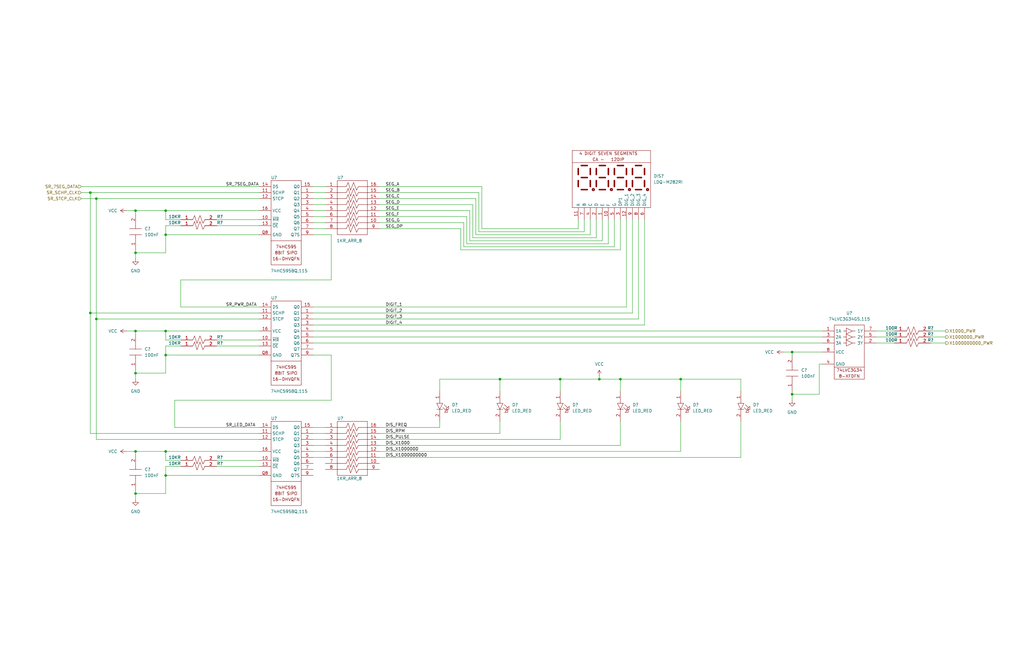
<source format=kicad_sch>
(kicad_sch (version 20211123) (generator eeschema)
  (paper "B")
  (lib_symbols
    (symbol "FREQMeter:100R"
      (property "Reference" "R" (at 16.51 2.54 0))
      (property "Value" "100R" (at -5.08 2.54 0))
      (symbol "100R_0_1"
        (polyline (pts (xy 5.08 0) (xy 5.842 1.778) (xy 6.858 -1.524) (xy 8.128 1.778) (xy 9.398 -1.524) (xy 10.16 0)))
      )
      (symbol "100R_1_1"
        (pin passive line (at 0 0 0) (length 5.08) (name "") (number "1"))
        (pin passive line (at 15.24 0 180) (length 5.08) (name "") (number "2"))
      )
    )
    (symbol "FREQMeter:100nF"
      (property "Reference" "C" (at 15.24 1.27 0))
      (property "Value" "100nF" (at -2.54 1.27 0))
      (symbol "100nF_0_1"
        (polyline (pts (xy 6.35 0) (xy 5.08 0)))
        (polyline (pts (xy 8.89 0) (xy 10.16 0)))
        (polyline (pts (xy 8.89 2.54) (xy 8.89 -2.54)))
        (polyline (pts (xy 6.35 2.54) (xy 6.35 0) (xy 6.35 -2.54)))
      )
      (symbol "100nF_1_1"
        (pin passive line (at 0 0 0) (length 5.08) (name "") (number "1"))
        (pin passive line (at 15.24 0 180) (length 5.08) (name "") (number "2"))
      )
    )
    (symbol "FREQMeter:10KR"
      (property "Reference" "R" (at 2.54 6.35 0))
      (property "Value" "10KR" (at 0 3.81 0))
      (symbol "10KR_0_1"
        (polyline (pts (xy 5.08 0) (xy 5.842 1.778) (xy 6.858 -1.524) (xy 8.128 1.778) (xy 9.398 -1.524) (xy 10.16 0)))
      )
      (symbol "10KR_1_1"
        (pin passive line (at 0 0 0) (length 5.08) (name "") (number "1"))
        (pin passive line (at 15.24 0 180) (length 5.08) (name "") (number "2"))
      )
    )
    (symbol "FREQMeter:1KR_ARR_8"
      (property "Reference" "U" (at 1.27 3.81 0))
      (property "Value" "1KR_ARR_8" (at 2.54 6.35 0))
      (symbol "1KR_ARR_8_0_0"
        (polyline (pts (xy 8.89 -17.78) (xy 5.08 -17.78)))
        (polyline (pts (xy 8.89 -15.24) (xy 5.08 -15.24)))
        (polyline (pts (xy 8.89 -12.7) (xy 5.08 -12.7)))
        (polyline (pts (xy 8.89 -10.16) (xy 5.08 -10.16)))
        (polyline (pts (xy 8.89 -7.62) (xy 5.08 -7.62)))
        (polyline (pts (xy 8.89 -5.08) (xy 5.08 -5.08)))
        (polyline (pts (xy 8.89 -2.54) (xy 5.08 -2.54)))
        (polyline (pts (xy 8.89 0) (xy 5.08 0)))
        (polyline (pts (xy 17.78 -17.78) (xy 13.97 -17.78)))
        (polyline (pts (xy 17.78 -15.24) (xy 13.97 -15.24)))
        (polyline (pts (xy 17.78 -12.7) (xy 13.97 -12.7)))
        (polyline (pts (xy 17.78 -10.16) (xy 13.97 -10.16)))
        (polyline (pts (xy 17.78 -7.62) (xy 13.97 -7.62)))
        (polyline (pts (xy 17.78 -5.08) (xy 13.97 -5.08)))
        (polyline (pts (xy 17.78 -2.54) (xy 13.97 -2.54)))
        (polyline (pts (xy 17.78 0) (xy 13.97 0)))
        (rectangle (start 5.08 2.54) (end 17.78 -20.32))
      )
      (symbol "1KR_ARR_8_0_1"
        (polyline (pts (xy 8.89 -17.78) (xy 9.652 -16.002) (xy 10.668 -19.304) (xy 11.938 -16.002) (xy 13.208 -19.304) (xy 13.97 -17.78)))
        (polyline (pts (xy 8.89 -15.24) (xy 9.652 -13.462) (xy 10.668 -16.764) (xy 11.938 -13.462) (xy 13.208 -16.764) (xy 13.97 -15.24)))
        (polyline (pts (xy 8.89 -12.7) (xy 9.652 -10.922) (xy 10.668 -14.224) (xy 11.938 -10.922) (xy 13.208 -14.224) (xy 13.97 -12.7)))
        (polyline (pts (xy 8.89 -10.16) (xy 9.652 -8.382) (xy 10.668 -11.684) (xy 11.938 -8.382) (xy 13.208 -11.684) (xy 13.97 -10.16)))
        (polyline (pts (xy 8.89 -7.62) (xy 9.652 -5.842) (xy 10.668 -9.144) (xy 11.938 -5.842) (xy 13.208 -9.144) (xy 13.97 -7.62)))
        (polyline (pts (xy 8.89 -5.08) (xy 9.652 -3.302) (xy 10.668 -6.604) (xy 11.938 -3.302) (xy 13.208 -6.604) (xy 13.97 -5.08)))
        (polyline (pts (xy 8.89 -2.54) (xy 9.652 -0.762) (xy 10.668 -4.064) (xy 11.938 -0.762) (xy 13.208 -4.064) (xy 13.97 -2.54)))
        (polyline (pts (xy 8.89 0) (xy 9.652 1.778) (xy 10.668 -1.524) (xy 11.938 1.778) (xy 13.208 -1.524) (xy 13.97 0)))
      )
      (symbol "1KR_ARR_8_1_1"
        (pin passive line (at 0 0 0) (length 5.08) (name "") (number "1"))
        (pin passive line (at 22.86 -15.24 180) (length 5.08) (name "") (number "10"))
        (pin passive line (at 22.86 -12.7 180) (length 5.08) (name "") (number "11"))
        (pin passive line (at 22.86 -10.16 180) (length 5.08) (name "") (number "12"))
        (pin passive line (at 22.86 -7.62 180) (length 5.08) (name "") (number "13"))
        (pin passive line (at 22.86 -5.08 180) (length 5.08) (name "") (number "14"))
        (pin passive line (at 22.86 -2.54 180) (length 5.08) (name "") (number "15"))
        (pin passive line (at 22.86 0 180) (length 5.08) (name "") (number "16"))
        (pin passive line (at 0 -2.54 0) (length 5.08) (name "") (number "2"))
        (pin passive line (at 0 -5.08 0) (length 5.08) (name "") (number "3"))
        (pin passive line (at 0 -7.62 0) (length 5.08) (name "") (number "4"))
        (pin passive line (at 0 -10.16 0) (length 5.08) (name "") (number "5"))
        (pin passive line (at 0 -12.7 0) (length 5.08) (name "") (number "6"))
        (pin passive line (at 0 -15.24 0) (length 5.08) (name "") (number "7"))
        (pin passive line (at 0 -17.78 0) (length 5.08) (name "") (number "8"))
        (pin passive line (at 22.86 -17.78 180) (length 5.08) (name "") (number "9"))
      )
    )
    (symbol "FREQMeter:74HC595BQ,115"
      (property "Reference" "U" (at 1.27 6.35 0))
      (property "Value" "74HC595BQ,115" (at 8.89 3.81 0))
      (symbol "74HC595BQ,115_0_0"
        (text "16-DHVQFN" (at 6.35 -33.02 0) (effects (font (size 1.27 1.27))))
        (text "74HC595" (at 6.35 -27.94 0) (effects (font (size 1.27 1.27))))
        (text "8BIT SIPO" (at 6.35 -30.48 0) (effects (font (size 1.27 1.27))))
      )
      (symbol "74HC595BQ,115_0_1"
        (polyline (pts (xy 0 -25.4) (xy 12.7 -25.4)))
        (rectangle (start 0 0) (end 12.7 -35.56))
      )
      (symbol "74HC595BQ,115_1_1"
        (pin output line (at 17.78 -5.08 180) (length 5.08) (name "Q1") (number "1"))
        (pin input line (at -5.08 -16.51 0) (length 5.08) (name "~{MR}") (number "10"))
        (pin input line (at -5.08 -5.08 0) (length 5.08) (name "SCHP") (number "11"))
        (pin input line (at -5.08 -7.62 0) (length 5.08) (name "STCP") (number "12"))
        (pin input line (at -5.08 -19.05 0) (length 5.08) (name "~{OE}") (number "13"))
        (pin input line (at -5.08 -2.54 0) (length 5.08) (name "DS") (number "14"))
        (pin output line (at 17.78 -2.54 180) (length 5.08) (name "Q0") (number "15"))
        (pin power_in line (at -5.08 -12.7 0) (length 5.08) (name "VCC") (number "16"))
        (pin output line (at 17.78 -7.62 180) (length 5.08) (name "Q2") (number "2"))
        (pin output line (at 17.78 -10.16 180) (length 5.08) (name "Q3") (number "3"))
        (pin output line (at 17.78 -12.7 180) (length 5.08) (name "Q4") (number "4"))
        (pin output line (at 17.78 -15.24 180) (length 5.08) (name "Q5") (number "5"))
        (pin output line (at 17.78 -17.78 180) (length 5.08) (name "Q6") (number "6"))
        (pin output line (at 17.78 -20.32 180) (length 5.08) (name "Q7") (number "7"))
        (pin output line (at 17.78 -22.86 180) (length 5.08) (name "Q7S") (number "9"))
        (pin power_out line (at -5.08 -22.86 0) (length 5.08) (name "GND") (number "Q8"))
      )
    )
    (symbol "FREQMeter:74LVC3G34GS,115"
      (property "Reference" "U" (at 1.27 6.35 0))
      (property "Value" "74LVC3G34GS,115" (at 8.89 3.81 0))
      (symbol "74LVC3G34GS,115_0_0"
        (text "74LVC3G34" (at 6.35 -19.05 0) (effects (font (size 1.27 1.27))))
        (text "8-XFDFN" (at 6.35 -21.59 0) (effects (font (size 1.27 1.27))))
      )
      (symbol "74LVC3G34GS,115_0_1"
        (polyline (pts (xy 0 -17.78) (xy 12.7 -17.78)))
        (polyline (pts (xy 5.08 -7.62) (xy 3.81 -7.62)))
        (polyline (pts (xy 5.08 -5.08) (xy 3.81 -5.08)))
        (polyline (pts (xy 5.08 -2.54) (xy 3.81 -2.54)))
        (polyline (pts (xy 7.62 -7.62) (xy 8.89 -7.62)))
        (polyline (pts (xy 7.62 -5.08) (xy 8.89 -5.08)))
        (polyline (pts (xy 7.62 -2.54) (xy 8.89 -2.54)))
        (polyline (pts (xy 5.08 -6.35) (xy 5.08 -8.89) (xy 7.62 -7.62) (xy 5.08 -6.35)))
        (polyline (pts (xy 5.08 -3.81) (xy 5.08 -6.35) (xy 7.62 -5.08) (xy 5.08 -3.81)))
        (polyline (pts (xy 5.08 -1.27) (xy 5.08 -3.81) (xy 7.62 -2.54) (xy 5.08 -1.27)))
        (rectangle (start 0 0) (end 12.7 -22.86))
      )
      (symbol "74LVC3G34GS,115_1_1"
        (pin input line (at -5.08 -2.54 0) (length 5.08) (name "1A") (number "1"))
        (pin output line (at 17.78 -7.62 180) (length 5.08) (name "3Y") (number "2"))
        (pin input line (at -5.08 -5.08 0) (length 5.08) (name "2A") (number "3"))
        (pin power_out line (at -5.08 -16.51 0) (length 5.08) (name "GND") (number "4"))
        (pin output line (at 17.78 -5.08 180) (length 5.08) (name "2Y") (number "5"))
        (pin input line (at -5.08 -7.62 0) (length 5.08) (name "3A") (number "6"))
        (pin output line (at 17.78 -2.54 180) (length 5.08) (name "1Y") (number "7"))
        (pin power_in line (at -5.08 -11.43 0) (length 5.08) (name "VCC") (number "8"))
      )
    )
    (symbol "FREQMeter:LDQ-M282RI"
      (property "Reference" "DIS" (at 2.54 3.81 0))
      (property "Value" "LDQ-M282RI" (at 5.08 6.35 0))
      (symbol "LDQ-M282RI_0_0"
        (polyline (pts (xy 0 -5.08) (xy 33.02 -5.08)))
        (polyline (pts (xy 2.54 -12.7) (xy 2.54 -15.24)) (stroke (width 0.635)))
        (polyline (pts (xy 2.54 -7.62) (xy 2.54 -10.16)) (stroke (width 0.635)))
        (polyline (pts (xy 3.81 -16.51) (xy 6.35 -16.51)) (stroke (width 0.635)))
        (polyline (pts (xy 3.81 -11.43) (xy 6.35 -11.43)) (stroke (width 0.635)))
        (polyline (pts (xy 3.81 -6.35) (xy 6.35 -6.35)) (stroke (width 0.635)))
        (polyline (pts (xy 7.62 -15.24) (xy 7.62 -12.7)) (stroke (width 0.635)))
        (polyline (pts (xy 7.62 -10.16) (xy 7.62 -7.62)) (stroke (width 0.635)))
        (polyline (pts (xy 10.16 -12.7) (xy 10.16 -15.24)) (stroke (width 0.635)))
        (polyline (pts (xy 10.16 -7.62) (xy 10.16 -10.16)) (stroke (width 0.635)))
        (polyline (pts (xy 11.43 -16.51) (xy 13.97 -16.51)) (stroke (width 0.635)))
        (polyline (pts (xy 11.43 -11.43) (xy 13.97 -11.43)) (stroke (width 0.635)))
        (polyline (pts (xy 11.43 -6.35) (xy 13.97 -6.35)) (stroke (width 0.635)))
        (polyline (pts (xy 15.24 -15.24) (xy 15.24 -12.7)) (stroke (width 0.635)))
        (polyline (pts (xy 15.24 -10.16) (xy 15.24 -7.62)) (stroke (width 0.635)))
        (polyline (pts (xy 17.78 -12.7) (xy 17.78 -15.24)) (stroke (width 0.635)))
        (polyline (pts (xy 17.78 -7.62) (xy 17.78 -10.16)) (stroke (width 0.635)))
        (polyline (pts (xy 19.05 -16.51) (xy 21.59 -16.51)) (stroke (width 0.635)))
        (polyline (pts (xy 19.05 -11.43) (xy 21.59 -11.43)) (stroke (width 0.635)))
        (polyline (pts (xy 19.05 -6.35) (xy 21.59 -6.35)) (stroke (width 0.635)))
        (polyline (pts (xy 22.86 -15.24) (xy 22.86 -12.7)) (stroke (width 0.635)))
        (polyline (pts (xy 22.86 -10.16) (xy 22.86 -7.62)) (stroke (width 0.635)))
        (polyline (pts (xy 25.4 -12.7) (xy 25.4 -15.24)) (stroke (width 0.635)))
        (polyline (pts (xy 25.4 -7.62) (xy 25.4 -10.16)) (stroke (width 0.635)))
        (polyline (pts (xy 26.67 -16.51) (xy 29.21 -16.51)) (stroke (width 0.635)))
        (polyline (pts (xy 26.67 -11.43) (xy 29.21 -11.43)) (stroke (width 0.635)))
        (polyline (pts (xy 26.67 -6.35) (xy 29.21 -6.35)) (stroke (width 0.635)))
        (polyline (pts (xy 30.48 -15.24) (xy 30.48 -12.7)) (stroke (width 0.635)))
        (polyline (pts (xy 30.48 -10.16) (xy 30.48 -7.62)) (stroke (width 0.635)))
        (rectangle (start 0 0) (end 33.02 -24.13))
        (circle (center 8.89 -16.51) (radius 0.4122) (stroke (width 0.508)))
        (circle (center 16.51 -16.51) (radius 0.4122) (stroke (width 0.508)))
        (circle (center 24.13 -16.51) (radius 0.4122) (stroke (width 0.508)))
        (circle (center 31.75 -16.51) (radius 0.4122) (stroke (width 0.508)))
        (text "4 DIGIT SEVEN SEGMENTS" (at 15.24 -1.27 0) (effects (font (size 1.27 1.27))))
        (text "CA -   12DIP" (at 15.24 -3.81 0) (effects (font (size 1.27 1.27))))
      )
      (symbol "LDQ-M282RI_1_1"
        (pin output line (at 12.7 -29.21 90) (length 5.08) (name "E") (number "1"))
        (pin output line (at 15.24 -29.21 90) (length 5.08) (name "F") (number "10"))
        (pin output line (at 2.54 -29.21 90) (length 5.08) (name "A") (number "11"))
        (pin power_in line (at 22.86 -29.21 90) (length 5.08) (name "DIG_1") (number "12"))
        (pin output line (at 10.16 -29.21 90) (length 5.08) (name "D") (number "2"))
        (pin output line (at 20.32 -29.21 90) (length 5.08) (name "DP1") (number "3"))
        (pin output line (at 7.62 -29.21 90) (length 5.08) (name "C") (number "4"))
        (pin output line (at 17.78 -29.21 90) (length 5.08) (name "G") (number "5"))
        (pin power_in line (at 30.48 -29.21 90) (length 5.08) (name "DIG_4") (number "6"))
        (pin output line (at 5.08 -29.21 90) (length 5.08) (name "B") (number "7"))
        (pin power_in line (at 27.94 -29.21 90) (length 5.08) (name "DIG_3") (number "8"))
        (pin power_in line (at 25.4 -29.21 90) (length 5.08) (name "DIG_2") (number "9"))
      )
    )
    (symbol "FREQMeter:LED_RED"
      (property "Reference" "D" (at 15.24 1.27 0))
      (property "Value" "LED_RED" (at -3.81 1.27 0))
      (symbol "LED_RED_0_0"
        (polyline (pts (xy 5.6603 1.868) (xy 6.9303 3.138)))
        (polyline (pts (xy 6.8627 1.3551) (xy 8.1327 2.6251)))
        (polyline (pts (xy 7.62 1.27) (xy 7.62 -1.27)))
        (polyline (pts (xy 5.08 1.27) (xy 5.08 -1.27) (xy 7.62 0) (xy 5.08 1.27)))
        (polyline (pts (xy 6.35 3.81) (xy 7.62 2.54) (xy 7.62 3.81) (xy 6.35 3.81)))
        (polyline (pts (xy 7.6408 3.2826) (xy 8.9108 2.0126) (xy 8.9108 3.2826) (xy 7.6408 3.2826)))
      )
      (symbol "LED_RED_1_1"
        (pin passive line (at 0 0 0) (length 5.08) (name "") (number "1"))
        (pin passive line (at 12.7 0 180) (length 5.08) (name "") (number "2"))
      )
    )
    (symbol "power:GND" (power) (pin_names (offset 0))
      (property "Value" "GND" (at 0 -3.81 0))
      (symbol "GND_0_1"
        (polyline (pts (xy 0 0) (xy 0 -1.27) (xy 1.27 -1.27) (xy 0 -2.54) (xy -1.27 -1.27) (xy 0 -1.27)))
      )
      (symbol "GND_1_1"
        (pin power_in line (at 0 0 270) (length 0) hide (name "GND") (number "1"))
      )
    )
    (symbol "power:VCC" (power) (pin_names (offset 0))
      (property "Value" "VCC" (at 0 3.81 0))
      (symbol "VCC_0_1"
        (polyline (pts (xy -0.762 1.27) (xy 0 2.54)))
        (polyline (pts (xy 0 0) (xy 0 2.54)))
        (polyline (pts (xy 0 2.54) (xy 0.762 1.27)))
      )
      (symbol "VCC_1_1"
        (pin power_in line (at 0 0 90) (length 0) hide (name "VCC") (number "1"))
      )
    )
  )
  (junction (at 69.85 190.5))
  (junction (at 334.01 166.37))
  (junction (at 57.15 88.9))
  (junction (at 57.15 208.28))
  (junction (at 69.85 139.7))
  (junction (at 261.62 160.02))
  (junction (at 236.22 160.02))
  (junction (at 69.85 149.86))
  (junction (at 57.15 106.68))
  (junction (at 40.64 134.62))
  (junction (at 69.85 99.06))
  (junction (at 40.64 83.82))
  (junction (at 252.73 160.02))
  (junction (at 69.85 88.9))
  (junction (at 38.1 132.08))
  (junction (at 334.01 148.59))
  (junction (at 38.1 81.28))
  (junction (at 210.82 160.02))
  (junction (at 57.15 190.5))
  (junction (at 57.15 139.7))
  (junction (at 287.02 160.02))
  (junction (at 57.15 157.48))
  (junction (at 69.85 200.66))
  (wire (pts (xy 34.29 83.82) (xy 40.64 83.82)))
  (wire (pts (xy 246.38 97.79) (xy 201.93 97.79)))
  (wire (pts (xy 392.43 144.78) (xy 398.78 144.78)))
  (wire (pts (xy 57.15 208.28) (xy 69.85 208.28)))
  (wire (pts (xy 236.22 160.02) (xy 236.22 165.1)))
  (wire (pts (xy 369.57 142.24) (xy 377.19 142.24)))
  (wire (pts (xy 69.85 190.5) (xy 109.22 190.5)))
  (wire (pts (xy 137.16 81.28) (xy 132.08 81.28)))
  (wire (pts (xy 69.85 194.31) (xy 69.85 190.5)))
  (wire (pts (xy 392.43 142.24) (xy 398.78 142.24)))
  (wire (pts (xy 236.22 185.42) (xy 236.22 177.8)))
  (wire (pts (xy 271.78 137.16) (xy 271.78 92.71)))
  (wire (pts (xy 139.7 118.11) (xy 76.2 118.11)))
  (wire (pts (xy 139.7 99.06) (xy 139.7 118.11)))
  (wire (pts (xy 259.08 104.14) (xy 259.08 92.71)))
  (wire (pts (xy 132.08 78.74) (xy 137.16 78.74)))
  (wire (pts (xy 201.93 81.28) (xy 160.02 81.28)))
  (wire (pts (xy 132.08 185.42) (xy 137.16 185.42)))
  (wire (pts (xy 132.08 144.78) (xy 346.71 144.78)))
  (wire (pts (xy 132.08 83.82) (xy 137.16 83.82)))
  (wire (pts (xy 76.2 95.25) (xy 69.85 95.25)))
  (wire (pts (xy 69.85 200.66) (xy 109.22 200.66)))
  (wire (pts (xy 109.22 81.28) (xy 38.1 81.28)))
  (wire (pts (xy 91.44 143.51) (xy 109.22 143.51)))
  (wire (pts (xy 287.02 160.02) (xy 312.42 160.02)))
  (wire (pts (xy 76.2 92.71) (xy 69.85 92.71)))
  (wire (pts (xy 200.66 99.06) (xy 248.92 99.06)))
  (wire (pts (xy 264.16 129.54) (xy 264.16 92.71)))
  (wire (pts (xy 196.85 102.87) (xy 256.54 102.87)))
  (wire (pts (xy 203.2 96.52) (xy 243.84 96.52)))
  (wire (pts (xy 160.02 91.44) (xy 196.85 91.44)))
  (wire (pts (xy 139.7 149.86) (xy 139.7 168.91)))
  (wire (pts (xy 132.08 99.06) (xy 139.7 99.06)))
  (wire (pts (xy 57.15 88.9) (xy 57.15 90.17)))
  (wire (pts (xy 76.2 118.11) (xy 76.2 129.54)))
  (wire (pts (xy 266.7 132.08) (xy 266.7 92.71)))
  (wire (pts (xy 57.15 106.68) (xy 69.85 106.68)))
  (wire (pts (xy 334.01 148.59) (xy 334.01 149.86)))
  (wire (pts (xy 201.93 97.79) (xy 201.93 81.28)))
  (wire (pts (xy 251.46 92.71) (xy 251.46 100.33)))
  (wire (pts (xy 91.44 146.05) (xy 109.22 146.05)))
  (wire (pts (xy 185.42 160.02) (xy 210.82 160.02)))
  (wire (pts (xy 132.08 142.24) (xy 346.71 142.24)))
  (wire (pts (xy 200.66 83.82) (xy 200.66 99.06)))
  (wire (pts (xy 109.22 83.82) (xy 40.64 83.82)))
  (wire (pts (xy 57.15 190.5) (xy 57.15 191.77)))
  (wire (pts (xy 91.44 194.31) (xy 109.22 194.31)))
  (wire (pts (xy 345.44 153.67) (xy 345.44 166.37)))
  (wire (pts (xy 91.44 95.25) (xy 109.22 95.25)))
  (wire (pts (xy 199.39 86.36) (xy 199.39 100.33)))
  (wire (pts (xy 132.08 86.36) (xy 137.16 86.36)))
  (wire (pts (xy 57.15 106.68) (xy 57.15 109.22)))
  (wire (pts (xy 53.34 190.5) (xy 57.15 190.5)))
  (wire (pts (xy 69.85 196.85) (xy 69.85 200.66)))
  (wire (pts (xy 160.02 182.88) (xy 210.82 182.88)))
  (wire (pts (xy 34.29 78.74) (xy 109.22 78.74)))
  (wire (pts (xy 287.02 160.02) (xy 287.02 165.1)))
  (wire (pts (xy 160.02 78.74) (xy 203.2 78.74)))
  (wire (pts (xy 57.15 190.5) (xy 69.85 190.5)))
  (wire (pts (xy 194.31 105.41) (xy 261.62 105.41)))
  (wire (pts (xy 392.43 139.7) (xy 398.78 139.7)))
  (wire (pts (xy 38.1 81.28) (xy 38.1 132.08)))
  (wire (pts (xy 252.73 160.02) (xy 261.62 160.02)))
  (wire (pts (xy 69.85 92.71) (xy 69.85 88.9)))
  (wire (pts (xy 369.57 139.7) (xy 377.19 139.7)))
  (wire (pts (xy 132.08 132.08) (xy 266.7 132.08)))
  (wire (pts (xy 139.7 168.91) (xy 73.66 168.91)))
  (wire (pts (xy 160.02 83.82) (xy 200.66 83.82)))
  (wire (pts (xy 334.01 166.37) (xy 334.01 168.91)))
  (wire (pts (xy 203.2 78.74) (xy 203.2 96.52)))
  (wire (pts (xy 210.82 182.88) (xy 210.82 177.8)))
  (wire (pts (xy 269.24 92.71) (xy 269.24 134.62)))
  (wire (pts (xy 132.08 137.16) (xy 271.78 137.16)))
  (wire (pts (xy 132.08 187.96) (xy 137.16 187.96)))
  (wire (pts (xy 53.34 139.7) (xy 57.15 139.7)))
  (wire (pts (xy 160.02 193.04) (xy 312.42 193.04)))
  (wire (pts (xy 252.73 158.75) (xy 252.73 160.02)))
  (wire (pts (xy 198.12 88.9) (xy 198.12 101.6)))
  (wire (pts (xy 132.08 149.86) (xy 139.7 149.86)))
  (wire (pts (xy 256.54 102.87) (xy 256.54 92.71)))
  (wire (pts (xy 40.64 83.82) (xy 40.64 134.62)))
  (wire (pts (xy 198.12 101.6) (xy 254 101.6)))
  (wire (pts (xy 160.02 88.9) (xy 198.12 88.9)))
  (wire (pts (xy 160.02 185.42) (xy 236.22 185.42)))
  (wire (pts (xy 69.85 139.7) (xy 109.22 139.7)))
  (wire (pts (xy 248.92 99.06) (xy 248.92 92.71)))
  (wire (pts (xy 132.08 129.54) (xy 264.16 129.54)))
  (wire (pts (xy 109.22 185.42) (xy 40.64 185.42)))
  (wire (pts (xy 76.2 194.31) (xy 69.85 194.31)))
  (wire (pts (xy 76.2 129.54) (xy 109.22 129.54)))
  (wire (pts (xy 345.44 166.37) (xy 334.01 166.37)))
  (wire (pts (xy 132.08 193.04) (xy 137.16 193.04)))
  (wire (pts (xy 160.02 190.5) (xy 287.02 190.5)))
  (wire (pts (xy 69.85 146.05) (xy 69.85 149.86)))
  (wire (pts (xy 195.58 93.98) (xy 195.58 104.14)))
  (wire (pts (xy 69.85 149.86) (xy 109.22 149.86)))
  (wire (pts (xy 346.71 153.67) (xy 345.44 153.67)))
  (wire (pts (xy 196.85 91.44) (xy 196.85 102.87)))
  (wire (pts (xy 57.15 139.7) (xy 57.15 140.97)))
  (wire (pts (xy 195.58 104.14) (xy 259.08 104.14)))
  (wire (pts (xy 160.02 187.96) (xy 261.62 187.96)))
  (wire (pts (xy 334.01 165.1) (xy 334.01 166.37)))
  (wire (pts (xy 91.44 92.71) (xy 109.22 92.71)))
  (wire (pts (xy 91.44 196.85) (xy 109.22 196.85)))
  (wire (pts (xy 243.84 96.52) (xy 243.84 92.71)))
  (wire (pts (xy 185.42 165.1) (xy 185.42 160.02)))
  (wire (pts (xy 69.85 157.48) (xy 69.85 149.86)))
  (wire (pts (xy 194.31 96.52) (xy 194.31 105.41)))
  (wire (pts (xy 53.34 88.9) (xy 57.15 88.9)))
  (wire (pts (xy 287.02 190.5) (xy 287.02 177.8)))
  (wire (pts (xy 246.38 92.71) (xy 246.38 97.79)))
  (wire (pts (xy 334.01 148.59) (xy 346.71 148.59)))
  (wire (pts (xy 261.62 160.02) (xy 261.62 165.1)))
  (wire (pts (xy 57.15 157.48) (xy 57.15 160.02)))
  (wire (pts (xy 236.22 160.02) (xy 252.73 160.02)))
  (wire (pts (xy 69.85 143.51) (xy 69.85 139.7)))
  (wire (pts (xy 57.15 207.01) (xy 57.15 208.28)))
  (wire (pts (xy 132.08 134.62) (xy 269.24 134.62)))
  (wire (pts (xy 57.15 139.7) (xy 69.85 139.7)))
  (wire (pts (xy 132.08 96.52) (xy 137.16 96.52)))
  (wire (pts (xy 132.08 180.34) (xy 137.16 180.34)))
  (wire (pts (xy 57.15 157.48) (xy 69.85 157.48)))
  (wire (pts (xy 40.64 185.42) (xy 40.64 134.62)))
  (wire (pts (xy 76.2 196.85) (xy 69.85 196.85)))
  (wire (pts (xy 109.22 182.88) (xy 38.1 182.88)))
  (wire (pts (xy 38.1 132.08) (xy 109.22 132.08)))
  (wire (pts (xy 69.85 106.68) (xy 69.85 99.06)))
  (wire (pts (xy 330.2 148.59) (xy 334.01 148.59)))
  (wire (pts (xy 73.66 168.91) (xy 73.66 180.34)))
  (wire (pts (xy 38.1 182.88) (xy 38.1 132.08)))
  (wire (pts (xy 57.15 156.21) (xy 57.15 157.48)))
  (wire (pts (xy 57.15 208.28) (xy 57.15 210.82)))
  (wire (pts (xy 312.42 193.04) (xy 312.42 177.8)))
  (wire (pts (xy 210.82 160.02) (xy 236.22 160.02)))
  (wire (pts (xy 160.02 93.98) (xy 195.58 93.98)))
  (wire (pts (xy 261.62 187.96) (xy 261.62 177.8)))
  (wire (pts (xy 40.64 134.62) (xy 109.22 134.62)))
  (wire (pts (xy 254 101.6) (xy 254 92.71)))
  (wire (pts (xy 132.08 182.88) (xy 137.16 182.88)))
  (wire (pts (xy 312.42 160.02) (xy 312.42 165.1)))
  (wire (pts (xy 76.2 146.05) (xy 69.85 146.05)))
  (wire (pts (xy 69.85 95.25) (xy 69.85 99.06)))
  (wire (pts (xy 69.85 99.06) (xy 109.22 99.06)))
  (wire (pts (xy 57.15 88.9) (xy 69.85 88.9)))
  (wire (pts (xy 132.08 190.5) (xy 137.16 190.5)))
  (wire (pts (xy 369.57 144.78) (xy 377.19 144.78)))
  (wire (pts (xy 160.02 86.36) (xy 199.39 86.36)))
  (wire (pts (xy 76.2 143.51) (xy 69.85 143.51)))
  (wire (pts (xy 132.08 91.44) (xy 137.16 91.44)))
  (wire (pts (xy 57.15 105.41) (xy 57.15 106.68)))
  (wire (pts (xy 160.02 180.34) (xy 185.42 180.34)))
  (wire (pts (xy 199.39 100.33) (xy 251.46 100.33)))
  (wire (pts (xy 73.66 180.34) (xy 109.22 180.34)))
  (wire (pts (xy 160.02 96.52) (xy 194.31 96.52)))
  (wire (pts (xy 34.29 81.28) (xy 38.1 81.28)))
  (wire (pts (xy 210.82 160.02) (xy 210.82 165.1)))
  (wire (pts (xy 69.85 88.9) (xy 109.22 88.9)))
  (wire (pts (xy 132.08 88.9) (xy 137.16 88.9)))
  (wire (pts (xy 132.08 93.98) (xy 137.16 93.98)))
  (wire (pts (xy 185.42 180.34) (xy 185.42 177.8)))
  (wire (pts (xy 261.62 105.41) (xy 261.62 92.71)))
  (wire (pts (xy 69.85 208.28) (xy 69.85 200.66)))
  (wire (pts (xy 261.62 160.02) (xy 287.02 160.02)))
  (wire (pts (xy 132.08 139.7) (xy 346.71 139.7)))
  (label "DIS_RPM" (at 162.56 182.88 0))
  (label "DIGIT_1" (at 162.56 129.54 0))
  (label "SEG_B" (at 162.56 81.28 0))
  (label "DIGIT_2" (at 162.56 132.08 0))
  (label "DIS_PULSE" (at 162.56 185.42 0))
  (label "SEG_G" (at 162.56 93.98 0))
  (label "DIS_X1000" (at 162.56 187.96 0))
  (label "SR_7SEG_DATA" (at 95.25 78.74 0))
  (label "SR_PWR_DATA" (at 95.25 129.54 0))
  (label "DIS_FREQ" (at 162.56 180.34 0))
  (label "SEG_C" (at 162.56 83.82 0))
  (label "DIGIT_4" (at 162.56 137.16 0))
  (label "SEG_F" (at 162.56 91.44 0))
  (label "DIGIT_3" (at 162.56 134.62 0))
  (label "SR_LED_DATA" (at 95.25 180.34 0))
  (label "DIS_X1000000000" (at 162.56 193.04 0))
  (label "SEG_E" (at 162.56 88.9 0))
  (label "SEG_A" (at 162.56 78.74 0))
  (label "SEG_D" (at 162.56 86.36 0))
  (label "SEG_DP" (at 162.56 96.52 0))
  (label "DIS_X1000000" (at 162.56 190.5 0))
  (hierarchical_label "SR_SCHP_CLK" (shape input) (at 34.29 81.28 180))
  (hierarchical_label "X1000000_PWR" (shape output) (at 398.78 142.24 0))
  (hierarchical_label "SR_STCP_CLK" (shape input) (at 34.29 83.82 180))
  (hierarchical_label "SR_7SEG_DATA" (shape input) (at 34.29 78.74 180))
  (hierarchical_label "X1000_PWR" (shape output) (at 398.78 139.7 0))
  (hierarchical_label "X1000000000_PWR" (shape output) (at 398.78 144.78 0))
  (symbol (lib_id "FREQMeter:100nF") (at 57.15 156.21 90) (unit 1)
    (property "Reference" "C?" (at 60.96 147.3199 90) (effects (justify right)))
    (property "Value" "100nF" (at 60.96 149.8599 90) (effects (justify right)))
  )
  (symbol (lib_id "FREQMeter:100R") (at 377.19 139.7 0) (unit 1)
    (property "Reference" "R?" (at 392.43 138.43 0))
    (property "Value" "100R" (at 375.92 138.43 0))
    (property "Datasheet" "https://www.seielect.com/catalog/sei-rmcf_rmcp.pdf" (effects hide))
  )
  (symbol (lib_id "FREQMeter:100nF") (at 334.01 165.1 90) (unit 1)
    (property "Reference" "C?" (at 337.82 156.2099 90) (effects (justify right)))
    (property "Value" "100nF" (at 337.82 158.7499 90) (effects (justify right)))
  )
  (symbol (lib_id "FREQMeter:10KR") (at 76.2 92.71 0) (unit 1)
    (property "Reference" "R?" (at 92.71 91.44 0))
    (property "Value" "10KR" (at 73.66 91.44 0))
    (property "Datasheet" "https://www.vishay.com/docs/20037/rcae3.pdf" (effects hide))
  )
  (symbol (lib_id "FREQMeter:LDQ-M282RI") (at 241.3 63.5 0) (unit 1)
    (property "Reference" "DIS?" (at 275.59 74.2949 0) (effects (justify left)))
    (property "Value" "LDQ-M282RI" (at 275.59 76.8349 0) (effects (justify left)))
    (property "Datasheet" "https://www.lumex.com/spec/LDQ-M282RI.pdf" (effects hide))
  )
  (symbol (lib_id "power:VCC") (at 330.2 148.59 90) (unit 1)
    (property "Reference" "#PWR?" (effects hide))
    (property "Value" "VCC" (at 326.39 148.5899 90) (effects (justify left)))
  )
  (symbol (lib_id "power:VCC") (at 252.73 158.75 0) (unit 1)
    (property "Reference" "#PWR?" (effects hide))
    (property "Value" "VCC" (at 252.73 153.67 0))
  )
  (symbol (lib_id "FREQMeter:LED_RED") (at 287.02 165.1 270) (unit 1)
    (property "Reference" "D?" (at 292.1 170.8253 90) (effects (justify left)))
    (property "Value" "LED_RED" (at 292.1 173.3653 90) (effects (justify left)))
    (property "Datasheet" "https://marktechopto.com/pdf/products/datasheet/MT1403-RG-A.pdf" (effects hide))
  )
  (symbol (lib_id "FREQMeter:10KR") (at 76.2 146.05 0) (unit 1)
    (property "Reference" "R?" (at 92.71 144.78 0))
    (property "Value" "10KR" (at 73.66 144.78 0))
    (property "Datasheet" "https://www.vishay.com/docs/20037/rcae3.pdf" (effects hide))
  )
  (symbol (lib_id "FREQMeter:74HC595BQ,115") (at 114.3 76.2 0) (unit 1)
    (property "Reference" "U?" (at 115.57 74.93 0))
    (property "Value" "74HC595BQ,115" (at 121.92 114.3 0))
    (property "Datasheet" "https://rocelec.widen.net/view/pdf/umsr6rbkih/PHGL-S-A0000283114-1.pdf?t.download=true&u=5oefqw" (effects hide))
  )
  (symbol (lib_id "power:VCC") (at 53.34 190.5 90) (unit 1)
    (property "Reference" "#PWR?" (effects hide))
    (property "Value" "VCC" (at 49.53 190.4999 90) (effects (justify left)))
  )
  (symbol (lib_id "FREQMeter:1KR_ARR_8") (at 137.16 78.74 0) (unit 1)
    (property "Reference" "U?" (at 143.51 74.93 0))
    (property "Value" "1KR_ARR_8" (at 147.32 101.6 0))
    (property "Datasheet" "https://www.bourns.com/docs/Product-https://industrial.panasonic.com/cdbs/www-data/pdf/AOC0000/AOC0000C14.pdf" (effects hide))
  )
  (symbol (lib_id "FREQMeter:LED_RED") (at 312.42 165.1 270) (unit 1)
    (property "Reference" "D?" (at 317.5 170.8253 90) (effects (justify left)))
    (property "Value" "LED_RED" (at 317.5 173.3653 90) (effects (justify left)))
    (property "Datasheet" "https://marktechopto.com/pdf/products/datasheet/MT1403-RG-A.pdf" (effects hide))
  )
  (symbol (lib_id "power:GND") (at 57.15 210.82 0) (unit 1)
    (property "Reference" "#PWR?" (effects hide))
    (property "Value" "GND" (at 57.15 215.9 0))
  )
  (symbol (lib_id "FREQMeter:10KR") (at 76.2 95.25 0) (unit 1)
    (property "Reference" "R?" (at 92.71 93.98 0))
    (property "Value" "10KR" (at 73.66 93.98 0))
    (property "Datasheet" "https://www.vishay.com/docs/20037/rcae3.pdf" (effects hide))
  )
  (symbol (lib_id "FREQMeter:10KR") (at 76.2 194.31 0) (unit 1)
    (property "Reference" "R?" (at 92.71 193.04 0))
    (property "Value" "10KR" (at 73.66 193.04 0))
    (property "Datasheet" "https://www.vishay.com/docs/20037/rcae3.pdf" (effects hide))
  )
  (symbol (lib_id "power:GND") (at 57.15 160.02 0) (unit 1)
    (property "Reference" "#PWR?" (effects hide))
    (property "Value" "GND" (at 57.15 165.1 0))
  )
  (symbol (lib_id "FREQMeter:LED_RED") (at 261.62 165.1 270) (unit 1)
    (property "Reference" "D?" (at 266.7 170.8253 90) (effects (justify left)))
    (property "Value" "LED_RED" (at 266.7 173.3653 90) (effects (justify left)))
    (property "Datasheet" "https://marktechopto.com/pdf/products/datasheet/MT1403-RG-A.pdf" (effects hide))
  )
  (symbol (lib_id "FREQMeter:100R") (at 377.19 144.78 0) (unit 1)
    (property "Reference" "R?" (at 392.43 143.51 0))
    (property "Value" "100R" (at 375.92 143.51 0))
    (property "Datasheet" "https://www.seielect.com/catalog/sei-rmcf_rmcp.pdf" (effects hide))
  )
  (symbol (lib_id "FREQMeter:74HC595BQ,115") (at 114.3 127 0) (unit 1)
    (property "Reference" "U?" (at 115.57 125.73 0))
    (property "Value" "74HC595BQ,115" (at 121.92 165.1 0))
    (property "Datasheet" "https://rocelec.widen.net/view/pdf/umsr6rbkih/PHGL-S-A0000283114-1.pdf?t.download=true&u=5oefqw" (effects hide))
  )
  (symbol (lib_id "FREQMeter:LED_RED") (at 236.22 165.1 270) (unit 1)
    (property "Reference" "D?" (at 241.3 170.8253 90) (effects (justify left)))
    (property "Value" "LED_RED" (at 241.3 173.3653 90) (effects (justify left)))
    (property "Datasheet" "https://marktechopto.com/pdf/products/datasheet/MT1403-RG-A.pdf" (effects hide))
  )
  (symbol (lib_id "FREQMeter:100R") (at 377.19 142.24 0) (unit 1)
    (property "Reference" "R?" (at 392.43 140.97 0))
    (property "Value" "100R" (at 375.92 140.97 0))
    (property "Datasheet" "https://www.seielect.com/catalog/sei-rmcf_rmcp.pdf" (effects hide))
  )
  (symbol (lib_id "power:GND") (at 334.01 168.91 0) (unit 1)
    (property "Reference" "#PWR?" (effects hide))
    (property "Value" "GND" (at 334.01 173.99 0))
  )
  (symbol (lib_id "FREQMeter:74LVC3G34GS,115") (at 351.79 137.16 0) (unit 1)
    (property "Reference" "U?" (at 358.14 132.08 0))
    (property "Value" "74LVC3G34GS,115" (at 358.14 134.62 0))
    (property "Datasheet" "https://assets.nexperia.com/documents/data-sheet/74LVC3G34.pdf" (effects hide))
  )
  (symbol (lib_id "FREQMeter:10KR") (at 76.2 143.51 0) (unit 1)
    (property "Reference" "R?" (at 92.71 142.24 0))
    (property "Value" "10KR" (at 73.66 142.24 0))
    (property "Datasheet" "https://www.vishay.com/docs/20037/rcae3.pdf" (effects hide))
  )
  (symbol (lib_id "FREQMeter:LED_RED") (at 210.82 165.1 270) (unit 1)
    (property "Reference" "D?" (at 215.9 170.8253 90) (effects (justify left)))
    (property "Value" "LED_RED" (at 215.9 173.3653 90) (effects (justify left)))
    (property "Datasheet" "https://marktechopto.com/pdf/products/datasheet/MT1403-RG-A.pdf" (effects hide))
  )
  (symbol (lib_id "power:VCC") (at 53.34 139.7 90) (unit 1)
    (property "Reference" "#PWR?" (effects hide))
    (property "Value" "VCC" (at 49.53 139.6999 90) (effects (justify left)))
  )
  (symbol (lib_id "FREQMeter:1KR_ARR_8") (at 137.16 180.34 0) (unit 1)
    (property "Reference" "U?" (at 143.51 176.53 0))
    (property "Value" "1KR_ARR_8" (at 147.32 201.93 0))
    (property "Datasheet" "https://www.bourns.com/docs/Product-https://industrial.panasonic.com/cdbs/www-data/pdf/AOC0000/AOC0000C14.pdf" (effects hide))
  )
  (symbol (lib_id "FREQMeter:100nF") (at 57.15 207.01 90) (unit 1)
    (property "Reference" "C?" (at 60.96 198.1199 90) (effects (justify right)))
    (property "Value" "100nF" (at 60.96 200.6599 90) (effects (justify right)))
  )
  (symbol (lib_id "power:GND") (at 57.15 109.22 0) (unit 1)
    (property "Reference" "#PWR?" (effects hide))
    (property "Value" "GND" (at 57.15 114.3 0))
  )
  (symbol (lib_id "power:VCC") (at 53.34 88.9 90) (unit 1)
    (property "Reference" "#PWR?" (effects hide))
    (property "Value" "VCC" (at 49.53 88.8999 90) (effects (justify left)))
  )
  (symbol (lib_id "FREQMeter:10KR") (at 76.2 196.85 0) (unit 1)
    (property "Reference" "R?" (at 92.71 195.58 0))
    (property "Value" "10KR" (at 73.66 195.58 0))
    (property "Datasheet" "https://www.vishay.com/docs/20037/rcae3.pdf" (effects hide))
  )
  (symbol (lib_id "FREQMeter:74HC595BQ,115") (at 114.3 177.8 0) (unit 1)
    (property "Reference" "U?" (at 115.57 176.53 0))
    (property "Value" "74HC595BQ,115" (at 121.92 215.9 0))
    (property "Datasheet" "https://rocelec.widen.net/view/pdf/umsr6rbkih/PHGL-S-A0000283114-1.pdf?t.download=true&u=5oefqw" (effects hide))
  )
  (symbol (lib_id "FREQMeter:100nF") (at 57.15 105.41 90) (unit 1)
    (property "Reference" "C?" (at 60.96 96.5199 90) (effects (justify right)))
    (property "Value" "100nF" (at 60.96 99.0599 90) (effects (justify right)))
  )
  (symbol (lib_id "FREQMeter:LED_RED") (at 185.42 165.1 270) (unit 1)
    (property "Reference" "D?" (at 190.5 170.8253 90) (effects (justify left)))
    (property "Value" "LED_RED" (at 190.5 173.3653 90) (effects (justify left)))
    (property "Datasheet" "https://marktechopto.com/pdf/products/datasheet/MT1403-RG-A.pdf" (effects hide))
  )
)
</source>
